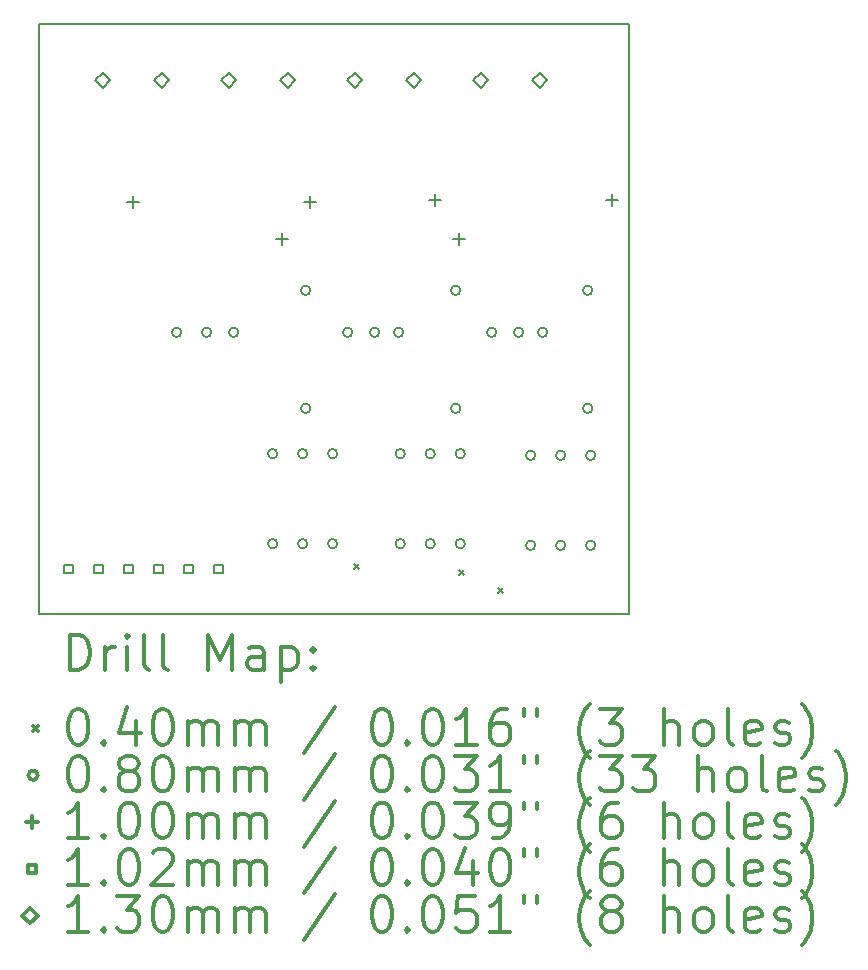
<source format=gbr>
%FSLAX45Y45*%
G04 Gerber Fmt 4.5, Leading zero omitted, Abs format (unit mm)*
G04 Created by KiCad (PCBNEW 4.0.2-stable) date 3/20/2016 1:32:20 PM*
%MOMM*%
G01*
G04 APERTURE LIST*
%ADD10C,0.127000*%
%ADD11C,0.150000*%
%ADD12C,0.200000*%
%ADD13C,0.300000*%
G04 APERTURE END LIST*
D10*
D11*
X11700000Y-9000000D02*
X11700000Y-12000000D01*
X16700000Y-9500000D02*
X16700000Y-7000000D01*
X11700000Y-9000000D02*
X11700000Y-7000000D01*
X16700000Y-9500000D02*
X16700000Y-12000000D01*
X16700000Y-12000000D02*
X11700000Y-12000000D01*
X11700000Y-7000000D02*
X16700000Y-7000000D01*
D12*
X14372400Y-11573600D02*
X14412400Y-11613600D01*
X14412400Y-11573600D02*
X14372400Y-11613600D01*
X15261400Y-11624400D02*
X15301400Y-11664400D01*
X15301400Y-11624400D02*
X15261400Y-11664400D01*
X15591600Y-11776800D02*
X15631600Y-11816800D01*
X15631600Y-11776800D02*
X15591600Y-11816800D01*
X12908400Y-9612400D02*
G75*
G03X12908400Y-9612400I-40000J0D01*
G01*
X13162400Y-9612400D02*
G75*
G03X13162400Y-9612400I-40000J0D01*
G01*
X13391000Y-9612400D02*
G75*
G03X13391000Y-9612400I-40000J0D01*
G01*
X13721200Y-10641100D02*
G75*
G03X13721200Y-10641100I-40000J0D01*
G01*
X13721200Y-11403100D02*
G75*
G03X13721200Y-11403100I-40000J0D01*
G01*
X13975200Y-10641100D02*
G75*
G03X13975200Y-10641100I-40000J0D01*
G01*
X13975200Y-11403100D02*
G75*
G03X13975200Y-11403100I-40000J0D01*
G01*
X14000600Y-9256800D02*
G75*
G03X14000600Y-9256800I-40000J0D01*
G01*
X14000600Y-10256800D02*
G75*
G03X14000600Y-10256800I-40000J0D01*
G01*
X14229200Y-10641100D02*
G75*
G03X14229200Y-10641100I-40000J0D01*
G01*
X14229200Y-11403100D02*
G75*
G03X14229200Y-11403100I-40000J0D01*
G01*
X14356200Y-9612400D02*
G75*
G03X14356200Y-9612400I-40000J0D01*
G01*
X14584800Y-9612400D02*
G75*
G03X14584800Y-9612400I-40000J0D01*
G01*
X14788000Y-9612400D02*
G75*
G03X14788000Y-9612400I-40000J0D01*
G01*
X14800700Y-10641100D02*
G75*
G03X14800700Y-10641100I-40000J0D01*
G01*
X14800700Y-11403100D02*
G75*
G03X14800700Y-11403100I-40000J0D01*
G01*
X15054700Y-10641100D02*
G75*
G03X15054700Y-10641100I-40000J0D01*
G01*
X15054700Y-11403100D02*
G75*
G03X15054700Y-11403100I-40000J0D01*
G01*
X15270600Y-9256800D02*
G75*
G03X15270600Y-9256800I-40000J0D01*
G01*
X15270600Y-10256800D02*
G75*
G03X15270600Y-10256800I-40000J0D01*
G01*
X15308700Y-10641100D02*
G75*
G03X15308700Y-10641100I-40000J0D01*
G01*
X15308700Y-11403100D02*
G75*
G03X15308700Y-11403100I-40000J0D01*
G01*
X15575400Y-9612400D02*
G75*
G03X15575400Y-9612400I-40000J0D01*
G01*
X15804000Y-9612400D02*
G75*
G03X15804000Y-9612400I-40000J0D01*
G01*
X15905600Y-10653800D02*
G75*
G03X15905600Y-10653800I-40000J0D01*
G01*
X15905600Y-11415800D02*
G75*
G03X15905600Y-11415800I-40000J0D01*
G01*
X16007200Y-9612400D02*
G75*
G03X16007200Y-9612400I-40000J0D01*
G01*
X16159600Y-10653800D02*
G75*
G03X16159600Y-10653800I-40000J0D01*
G01*
X16159600Y-11415800D02*
G75*
G03X16159600Y-11415800I-40000J0D01*
G01*
X16388200Y-9256800D02*
G75*
G03X16388200Y-9256800I-40000J0D01*
G01*
X16388200Y-10256800D02*
G75*
G03X16388200Y-10256800I-40000J0D01*
G01*
X16413600Y-10653800D02*
G75*
G03X16413600Y-10653800I-40000J0D01*
G01*
X16413600Y-11415800D02*
G75*
G03X16413600Y-11415800I-40000J0D01*
G01*
X12500100Y-8457462D02*
X12500100Y-8557538D01*
X12450062Y-8507500D02*
X12550138Y-8507500D01*
X13757400Y-8774962D02*
X13757400Y-8875038D01*
X13707362Y-8825000D02*
X13807438Y-8825000D01*
X14000100Y-8457462D02*
X14000100Y-8557538D01*
X13950062Y-8507500D02*
X14050138Y-8507500D01*
X15052800Y-8444762D02*
X15052800Y-8544838D01*
X15002762Y-8494800D02*
X15102838Y-8494800D01*
X15257400Y-8774962D02*
X15257400Y-8875038D01*
X15207362Y-8825000D02*
X15307438Y-8825000D01*
X16552800Y-8444762D02*
X16552800Y-8544838D01*
X16502762Y-8494800D02*
X16602838Y-8494800D01*
X11989921Y-11654921D02*
X11989921Y-11583079D01*
X11918079Y-11583079D01*
X11918079Y-11654921D01*
X11989921Y-11654921D01*
X12243921Y-11654921D02*
X12243921Y-11583079D01*
X12172079Y-11583079D01*
X12172079Y-11654921D01*
X12243921Y-11654921D01*
X12497921Y-11654921D02*
X12497921Y-11583079D01*
X12426079Y-11583079D01*
X12426079Y-11654921D01*
X12497921Y-11654921D01*
X12751921Y-11654921D02*
X12751921Y-11583079D01*
X12680079Y-11583079D01*
X12680079Y-11654921D01*
X12751921Y-11654921D01*
X13005921Y-11654921D02*
X13005921Y-11583079D01*
X12934079Y-11583079D01*
X12934079Y-11654921D01*
X13005921Y-11654921D01*
X13259921Y-11654921D02*
X13259921Y-11583079D01*
X13188079Y-11583079D01*
X13188079Y-11654921D01*
X13259921Y-11654921D01*
X12241400Y-7543800D02*
X12306400Y-7478800D01*
X12241400Y-7413800D01*
X12176400Y-7478800D01*
X12241400Y-7543800D01*
X12741400Y-7543800D02*
X12806400Y-7478800D01*
X12741400Y-7413800D01*
X12676400Y-7478800D01*
X12741400Y-7543800D01*
X13308200Y-7543800D02*
X13373200Y-7478800D01*
X13308200Y-7413800D01*
X13243200Y-7478800D01*
X13308200Y-7543800D01*
X13808200Y-7543800D02*
X13873200Y-7478800D01*
X13808200Y-7413800D01*
X13743200Y-7478800D01*
X13808200Y-7543800D01*
X14375000Y-7543800D02*
X14440000Y-7478800D01*
X14375000Y-7413800D01*
X14310000Y-7478800D01*
X14375000Y-7543800D01*
X14875000Y-7543800D02*
X14940000Y-7478800D01*
X14875000Y-7413800D01*
X14810000Y-7478800D01*
X14875000Y-7543800D01*
X15441800Y-7543800D02*
X15506800Y-7478800D01*
X15441800Y-7413800D01*
X15376800Y-7478800D01*
X15441800Y-7543800D01*
X15941800Y-7543800D02*
X16006800Y-7478800D01*
X15941800Y-7413800D01*
X15876800Y-7478800D01*
X15941800Y-7543800D01*
D13*
X11963928Y-12473214D02*
X11963928Y-12173214D01*
X12035357Y-12173214D01*
X12078214Y-12187500D01*
X12106786Y-12216071D01*
X12121071Y-12244643D01*
X12135357Y-12301786D01*
X12135357Y-12344643D01*
X12121071Y-12401786D01*
X12106786Y-12430357D01*
X12078214Y-12458929D01*
X12035357Y-12473214D01*
X11963928Y-12473214D01*
X12263928Y-12473214D02*
X12263928Y-12273214D01*
X12263928Y-12330357D02*
X12278214Y-12301786D01*
X12292500Y-12287500D01*
X12321071Y-12273214D01*
X12349643Y-12273214D01*
X12449643Y-12473214D02*
X12449643Y-12273214D01*
X12449643Y-12173214D02*
X12435357Y-12187500D01*
X12449643Y-12201786D01*
X12463928Y-12187500D01*
X12449643Y-12173214D01*
X12449643Y-12201786D01*
X12635357Y-12473214D02*
X12606786Y-12458929D01*
X12592500Y-12430357D01*
X12592500Y-12173214D01*
X12792500Y-12473214D02*
X12763928Y-12458929D01*
X12749643Y-12430357D01*
X12749643Y-12173214D01*
X13135357Y-12473214D02*
X13135357Y-12173214D01*
X13235357Y-12387500D01*
X13335357Y-12173214D01*
X13335357Y-12473214D01*
X13606786Y-12473214D02*
X13606786Y-12316071D01*
X13592500Y-12287500D01*
X13563928Y-12273214D01*
X13506786Y-12273214D01*
X13478214Y-12287500D01*
X13606786Y-12458929D02*
X13578214Y-12473214D01*
X13506786Y-12473214D01*
X13478214Y-12458929D01*
X13463928Y-12430357D01*
X13463928Y-12401786D01*
X13478214Y-12373214D01*
X13506786Y-12358929D01*
X13578214Y-12358929D01*
X13606786Y-12344643D01*
X13749643Y-12273214D02*
X13749643Y-12573214D01*
X13749643Y-12287500D02*
X13778214Y-12273214D01*
X13835357Y-12273214D01*
X13863928Y-12287500D01*
X13878214Y-12301786D01*
X13892500Y-12330357D01*
X13892500Y-12416071D01*
X13878214Y-12444643D01*
X13863928Y-12458929D01*
X13835357Y-12473214D01*
X13778214Y-12473214D01*
X13749643Y-12458929D01*
X14021071Y-12444643D02*
X14035357Y-12458929D01*
X14021071Y-12473214D01*
X14006786Y-12458929D01*
X14021071Y-12444643D01*
X14021071Y-12473214D01*
X14021071Y-12287500D02*
X14035357Y-12301786D01*
X14021071Y-12316071D01*
X14006786Y-12301786D01*
X14021071Y-12287500D01*
X14021071Y-12316071D01*
X11652500Y-12947500D02*
X11692500Y-12987500D01*
X11692500Y-12947500D02*
X11652500Y-12987500D01*
X12021071Y-12803214D02*
X12049643Y-12803214D01*
X12078214Y-12817500D01*
X12092500Y-12831786D01*
X12106786Y-12860357D01*
X12121071Y-12917500D01*
X12121071Y-12988929D01*
X12106786Y-13046071D01*
X12092500Y-13074643D01*
X12078214Y-13088929D01*
X12049643Y-13103214D01*
X12021071Y-13103214D01*
X11992500Y-13088929D01*
X11978214Y-13074643D01*
X11963928Y-13046071D01*
X11949643Y-12988929D01*
X11949643Y-12917500D01*
X11963928Y-12860357D01*
X11978214Y-12831786D01*
X11992500Y-12817500D01*
X12021071Y-12803214D01*
X12249643Y-13074643D02*
X12263928Y-13088929D01*
X12249643Y-13103214D01*
X12235357Y-13088929D01*
X12249643Y-13074643D01*
X12249643Y-13103214D01*
X12521071Y-12903214D02*
X12521071Y-13103214D01*
X12449643Y-12788929D02*
X12378214Y-13003214D01*
X12563928Y-13003214D01*
X12735357Y-12803214D02*
X12763928Y-12803214D01*
X12792500Y-12817500D01*
X12806786Y-12831786D01*
X12821071Y-12860357D01*
X12835357Y-12917500D01*
X12835357Y-12988929D01*
X12821071Y-13046071D01*
X12806786Y-13074643D01*
X12792500Y-13088929D01*
X12763928Y-13103214D01*
X12735357Y-13103214D01*
X12706786Y-13088929D01*
X12692500Y-13074643D01*
X12678214Y-13046071D01*
X12663928Y-12988929D01*
X12663928Y-12917500D01*
X12678214Y-12860357D01*
X12692500Y-12831786D01*
X12706786Y-12817500D01*
X12735357Y-12803214D01*
X12963928Y-13103214D02*
X12963928Y-12903214D01*
X12963928Y-12931786D02*
X12978214Y-12917500D01*
X13006786Y-12903214D01*
X13049643Y-12903214D01*
X13078214Y-12917500D01*
X13092500Y-12946071D01*
X13092500Y-13103214D01*
X13092500Y-12946071D02*
X13106786Y-12917500D01*
X13135357Y-12903214D01*
X13178214Y-12903214D01*
X13206786Y-12917500D01*
X13221071Y-12946071D01*
X13221071Y-13103214D01*
X13363928Y-13103214D02*
X13363928Y-12903214D01*
X13363928Y-12931786D02*
X13378214Y-12917500D01*
X13406786Y-12903214D01*
X13449643Y-12903214D01*
X13478214Y-12917500D01*
X13492500Y-12946071D01*
X13492500Y-13103214D01*
X13492500Y-12946071D02*
X13506786Y-12917500D01*
X13535357Y-12903214D01*
X13578214Y-12903214D01*
X13606786Y-12917500D01*
X13621071Y-12946071D01*
X13621071Y-13103214D01*
X14206786Y-12788929D02*
X13949643Y-13174643D01*
X14592500Y-12803214D02*
X14621071Y-12803214D01*
X14649643Y-12817500D01*
X14663928Y-12831786D01*
X14678214Y-12860357D01*
X14692500Y-12917500D01*
X14692500Y-12988929D01*
X14678214Y-13046071D01*
X14663928Y-13074643D01*
X14649643Y-13088929D01*
X14621071Y-13103214D01*
X14592500Y-13103214D01*
X14563928Y-13088929D01*
X14549643Y-13074643D01*
X14535357Y-13046071D01*
X14521071Y-12988929D01*
X14521071Y-12917500D01*
X14535357Y-12860357D01*
X14549643Y-12831786D01*
X14563928Y-12817500D01*
X14592500Y-12803214D01*
X14821071Y-13074643D02*
X14835357Y-13088929D01*
X14821071Y-13103214D01*
X14806786Y-13088929D01*
X14821071Y-13074643D01*
X14821071Y-13103214D01*
X15021071Y-12803214D02*
X15049643Y-12803214D01*
X15078214Y-12817500D01*
X15092500Y-12831786D01*
X15106785Y-12860357D01*
X15121071Y-12917500D01*
X15121071Y-12988929D01*
X15106785Y-13046071D01*
X15092500Y-13074643D01*
X15078214Y-13088929D01*
X15049643Y-13103214D01*
X15021071Y-13103214D01*
X14992500Y-13088929D01*
X14978214Y-13074643D01*
X14963928Y-13046071D01*
X14949643Y-12988929D01*
X14949643Y-12917500D01*
X14963928Y-12860357D01*
X14978214Y-12831786D01*
X14992500Y-12817500D01*
X15021071Y-12803214D01*
X15406785Y-13103214D02*
X15235357Y-13103214D01*
X15321071Y-13103214D02*
X15321071Y-12803214D01*
X15292500Y-12846071D01*
X15263928Y-12874643D01*
X15235357Y-12888929D01*
X15663928Y-12803214D02*
X15606785Y-12803214D01*
X15578214Y-12817500D01*
X15563928Y-12831786D01*
X15535357Y-12874643D01*
X15521071Y-12931786D01*
X15521071Y-13046071D01*
X15535357Y-13074643D01*
X15549643Y-13088929D01*
X15578214Y-13103214D01*
X15635357Y-13103214D01*
X15663928Y-13088929D01*
X15678214Y-13074643D01*
X15692500Y-13046071D01*
X15692500Y-12974643D01*
X15678214Y-12946071D01*
X15663928Y-12931786D01*
X15635357Y-12917500D01*
X15578214Y-12917500D01*
X15549643Y-12931786D01*
X15535357Y-12946071D01*
X15521071Y-12974643D01*
X15806786Y-12803214D02*
X15806786Y-12860357D01*
X15921071Y-12803214D02*
X15921071Y-12860357D01*
X16363928Y-13217500D02*
X16349643Y-13203214D01*
X16321071Y-13160357D01*
X16306785Y-13131786D01*
X16292500Y-13088929D01*
X16278214Y-13017500D01*
X16278214Y-12960357D01*
X16292500Y-12888929D01*
X16306785Y-12846071D01*
X16321071Y-12817500D01*
X16349643Y-12774643D01*
X16363928Y-12760357D01*
X16449643Y-12803214D02*
X16635357Y-12803214D01*
X16535357Y-12917500D01*
X16578214Y-12917500D01*
X16606785Y-12931786D01*
X16621071Y-12946071D01*
X16635357Y-12974643D01*
X16635357Y-13046071D01*
X16621071Y-13074643D01*
X16606785Y-13088929D01*
X16578214Y-13103214D01*
X16492500Y-13103214D01*
X16463928Y-13088929D01*
X16449643Y-13074643D01*
X16992500Y-13103214D02*
X16992500Y-12803214D01*
X17121071Y-13103214D02*
X17121071Y-12946071D01*
X17106786Y-12917500D01*
X17078214Y-12903214D01*
X17035357Y-12903214D01*
X17006786Y-12917500D01*
X16992500Y-12931786D01*
X17306786Y-13103214D02*
X17278214Y-13088929D01*
X17263928Y-13074643D01*
X17249643Y-13046071D01*
X17249643Y-12960357D01*
X17263928Y-12931786D01*
X17278214Y-12917500D01*
X17306786Y-12903214D01*
X17349643Y-12903214D01*
X17378214Y-12917500D01*
X17392500Y-12931786D01*
X17406786Y-12960357D01*
X17406786Y-13046071D01*
X17392500Y-13074643D01*
X17378214Y-13088929D01*
X17349643Y-13103214D01*
X17306786Y-13103214D01*
X17578214Y-13103214D02*
X17549643Y-13088929D01*
X17535357Y-13060357D01*
X17535357Y-12803214D01*
X17806786Y-13088929D02*
X17778214Y-13103214D01*
X17721071Y-13103214D01*
X17692500Y-13088929D01*
X17678214Y-13060357D01*
X17678214Y-12946071D01*
X17692500Y-12917500D01*
X17721071Y-12903214D01*
X17778214Y-12903214D01*
X17806786Y-12917500D01*
X17821071Y-12946071D01*
X17821071Y-12974643D01*
X17678214Y-13003214D01*
X17935357Y-13088929D02*
X17963929Y-13103214D01*
X18021071Y-13103214D01*
X18049643Y-13088929D01*
X18063929Y-13060357D01*
X18063929Y-13046071D01*
X18049643Y-13017500D01*
X18021071Y-13003214D01*
X17978214Y-13003214D01*
X17949643Y-12988929D01*
X17935357Y-12960357D01*
X17935357Y-12946071D01*
X17949643Y-12917500D01*
X17978214Y-12903214D01*
X18021071Y-12903214D01*
X18049643Y-12917500D01*
X18163928Y-13217500D02*
X18178214Y-13203214D01*
X18206786Y-13160357D01*
X18221071Y-13131786D01*
X18235357Y-13088929D01*
X18249643Y-13017500D01*
X18249643Y-12960357D01*
X18235357Y-12888929D01*
X18221071Y-12846071D01*
X18206786Y-12817500D01*
X18178214Y-12774643D01*
X18163928Y-12760357D01*
X11692500Y-13363500D02*
G75*
G03X11692500Y-13363500I-40000J0D01*
G01*
X12021071Y-13199214D02*
X12049643Y-13199214D01*
X12078214Y-13213500D01*
X12092500Y-13227786D01*
X12106786Y-13256357D01*
X12121071Y-13313500D01*
X12121071Y-13384929D01*
X12106786Y-13442071D01*
X12092500Y-13470643D01*
X12078214Y-13484929D01*
X12049643Y-13499214D01*
X12021071Y-13499214D01*
X11992500Y-13484929D01*
X11978214Y-13470643D01*
X11963928Y-13442071D01*
X11949643Y-13384929D01*
X11949643Y-13313500D01*
X11963928Y-13256357D01*
X11978214Y-13227786D01*
X11992500Y-13213500D01*
X12021071Y-13199214D01*
X12249643Y-13470643D02*
X12263928Y-13484929D01*
X12249643Y-13499214D01*
X12235357Y-13484929D01*
X12249643Y-13470643D01*
X12249643Y-13499214D01*
X12435357Y-13327786D02*
X12406786Y-13313500D01*
X12392500Y-13299214D01*
X12378214Y-13270643D01*
X12378214Y-13256357D01*
X12392500Y-13227786D01*
X12406786Y-13213500D01*
X12435357Y-13199214D01*
X12492500Y-13199214D01*
X12521071Y-13213500D01*
X12535357Y-13227786D01*
X12549643Y-13256357D01*
X12549643Y-13270643D01*
X12535357Y-13299214D01*
X12521071Y-13313500D01*
X12492500Y-13327786D01*
X12435357Y-13327786D01*
X12406786Y-13342071D01*
X12392500Y-13356357D01*
X12378214Y-13384929D01*
X12378214Y-13442071D01*
X12392500Y-13470643D01*
X12406786Y-13484929D01*
X12435357Y-13499214D01*
X12492500Y-13499214D01*
X12521071Y-13484929D01*
X12535357Y-13470643D01*
X12549643Y-13442071D01*
X12549643Y-13384929D01*
X12535357Y-13356357D01*
X12521071Y-13342071D01*
X12492500Y-13327786D01*
X12735357Y-13199214D02*
X12763928Y-13199214D01*
X12792500Y-13213500D01*
X12806786Y-13227786D01*
X12821071Y-13256357D01*
X12835357Y-13313500D01*
X12835357Y-13384929D01*
X12821071Y-13442071D01*
X12806786Y-13470643D01*
X12792500Y-13484929D01*
X12763928Y-13499214D01*
X12735357Y-13499214D01*
X12706786Y-13484929D01*
X12692500Y-13470643D01*
X12678214Y-13442071D01*
X12663928Y-13384929D01*
X12663928Y-13313500D01*
X12678214Y-13256357D01*
X12692500Y-13227786D01*
X12706786Y-13213500D01*
X12735357Y-13199214D01*
X12963928Y-13499214D02*
X12963928Y-13299214D01*
X12963928Y-13327786D02*
X12978214Y-13313500D01*
X13006786Y-13299214D01*
X13049643Y-13299214D01*
X13078214Y-13313500D01*
X13092500Y-13342071D01*
X13092500Y-13499214D01*
X13092500Y-13342071D02*
X13106786Y-13313500D01*
X13135357Y-13299214D01*
X13178214Y-13299214D01*
X13206786Y-13313500D01*
X13221071Y-13342071D01*
X13221071Y-13499214D01*
X13363928Y-13499214D02*
X13363928Y-13299214D01*
X13363928Y-13327786D02*
X13378214Y-13313500D01*
X13406786Y-13299214D01*
X13449643Y-13299214D01*
X13478214Y-13313500D01*
X13492500Y-13342071D01*
X13492500Y-13499214D01*
X13492500Y-13342071D02*
X13506786Y-13313500D01*
X13535357Y-13299214D01*
X13578214Y-13299214D01*
X13606786Y-13313500D01*
X13621071Y-13342071D01*
X13621071Y-13499214D01*
X14206786Y-13184929D02*
X13949643Y-13570643D01*
X14592500Y-13199214D02*
X14621071Y-13199214D01*
X14649643Y-13213500D01*
X14663928Y-13227786D01*
X14678214Y-13256357D01*
X14692500Y-13313500D01*
X14692500Y-13384929D01*
X14678214Y-13442071D01*
X14663928Y-13470643D01*
X14649643Y-13484929D01*
X14621071Y-13499214D01*
X14592500Y-13499214D01*
X14563928Y-13484929D01*
X14549643Y-13470643D01*
X14535357Y-13442071D01*
X14521071Y-13384929D01*
X14521071Y-13313500D01*
X14535357Y-13256357D01*
X14549643Y-13227786D01*
X14563928Y-13213500D01*
X14592500Y-13199214D01*
X14821071Y-13470643D02*
X14835357Y-13484929D01*
X14821071Y-13499214D01*
X14806786Y-13484929D01*
X14821071Y-13470643D01*
X14821071Y-13499214D01*
X15021071Y-13199214D02*
X15049643Y-13199214D01*
X15078214Y-13213500D01*
X15092500Y-13227786D01*
X15106785Y-13256357D01*
X15121071Y-13313500D01*
X15121071Y-13384929D01*
X15106785Y-13442071D01*
X15092500Y-13470643D01*
X15078214Y-13484929D01*
X15049643Y-13499214D01*
X15021071Y-13499214D01*
X14992500Y-13484929D01*
X14978214Y-13470643D01*
X14963928Y-13442071D01*
X14949643Y-13384929D01*
X14949643Y-13313500D01*
X14963928Y-13256357D01*
X14978214Y-13227786D01*
X14992500Y-13213500D01*
X15021071Y-13199214D01*
X15221071Y-13199214D02*
X15406785Y-13199214D01*
X15306785Y-13313500D01*
X15349643Y-13313500D01*
X15378214Y-13327786D01*
X15392500Y-13342071D01*
X15406785Y-13370643D01*
X15406785Y-13442071D01*
X15392500Y-13470643D01*
X15378214Y-13484929D01*
X15349643Y-13499214D01*
X15263928Y-13499214D01*
X15235357Y-13484929D01*
X15221071Y-13470643D01*
X15692500Y-13499214D02*
X15521071Y-13499214D01*
X15606785Y-13499214D02*
X15606785Y-13199214D01*
X15578214Y-13242071D01*
X15549643Y-13270643D01*
X15521071Y-13284929D01*
X15806786Y-13199214D02*
X15806786Y-13256357D01*
X15921071Y-13199214D02*
X15921071Y-13256357D01*
X16363928Y-13613500D02*
X16349643Y-13599214D01*
X16321071Y-13556357D01*
X16306785Y-13527786D01*
X16292500Y-13484929D01*
X16278214Y-13413500D01*
X16278214Y-13356357D01*
X16292500Y-13284929D01*
X16306785Y-13242071D01*
X16321071Y-13213500D01*
X16349643Y-13170643D01*
X16363928Y-13156357D01*
X16449643Y-13199214D02*
X16635357Y-13199214D01*
X16535357Y-13313500D01*
X16578214Y-13313500D01*
X16606785Y-13327786D01*
X16621071Y-13342071D01*
X16635357Y-13370643D01*
X16635357Y-13442071D01*
X16621071Y-13470643D01*
X16606785Y-13484929D01*
X16578214Y-13499214D01*
X16492500Y-13499214D01*
X16463928Y-13484929D01*
X16449643Y-13470643D01*
X16735357Y-13199214D02*
X16921071Y-13199214D01*
X16821071Y-13313500D01*
X16863928Y-13313500D01*
X16892500Y-13327786D01*
X16906786Y-13342071D01*
X16921071Y-13370643D01*
X16921071Y-13442071D01*
X16906786Y-13470643D01*
X16892500Y-13484929D01*
X16863928Y-13499214D01*
X16778214Y-13499214D01*
X16749643Y-13484929D01*
X16735357Y-13470643D01*
X17278214Y-13499214D02*
X17278214Y-13199214D01*
X17406786Y-13499214D02*
X17406786Y-13342071D01*
X17392500Y-13313500D01*
X17363928Y-13299214D01*
X17321071Y-13299214D01*
X17292500Y-13313500D01*
X17278214Y-13327786D01*
X17592500Y-13499214D02*
X17563928Y-13484929D01*
X17549643Y-13470643D01*
X17535357Y-13442071D01*
X17535357Y-13356357D01*
X17549643Y-13327786D01*
X17563928Y-13313500D01*
X17592500Y-13299214D01*
X17635357Y-13299214D01*
X17663928Y-13313500D01*
X17678214Y-13327786D01*
X17692500Y-13356357D01*
X17692500Y-13442071D01*
X17678214Y-13470643D01*
X17663928Y-13484929D01*
X17635357Y-13499214D01*
X17592500Y-13499214D01*
X17863928Y-13499214D02*
X17835357Y-13484929D01*
X17821071Y-13456357D01*
X17821071Y-13199214D01*
X18092500Y-13484929D02*
X18063929Y-13499214D01*
X18006786Y-13499214D01*
X17978214Y-13484929D01*
X17963929Y-13456357D01*
X17963929Y-13342071D01*
X17978214Y-13313500D01*
X18006786Y-13299214D01*
X18063929Y-13299214D01*
X18092500Y-13313500D01*
X18106786Y-13342071D01*
X18106786Y-13370643D01*
X17963929Y-13399214D01*
X18221071Y-13484929D02*
X18249643Y-13499214D01*
X18306786Y-13499214D01*
X18335357Y-13484929D01*
X18349643Y-13456357D01*
X18349643Y-13442071D01*
X18335357Y-13413500D01*
X18306786Y-13399214D01*
X18263929Y-13399214D01*
X18235357Y-13384929D01*
X18221071Y-13356357D01*
X18221071Y-13342071D01*
X18235357Y-13313500D01*
X18263929Y-13299214D01*
X18306786Y-13299214D01*
X18335357Y-13313500D01*
X18449643Y-13613500D02*
X18463929Y-13599214D01*
X18492500Y-13556357D01*
X18506786Y-13527786D01*
X18521071Y-13484929D01*
X18535357Y-13413500D01*
X18535357Y-13356357D01*
X18521071Y-13284929D01*
X18506786Y-13242071D01*
X18492500Y-13213500D01*
X18463929Y-13170643D01*
X18449643Y-13156357D01*
X11642462Y-13709462D02*
X11642462Y-13809538D01*
X11592424Y-13759500D02*
X11692500Y-13759500D01*
X12121071Y-13895214D02*
X11949643Y-13895214D01*
X12035357Y-13895214D02*
X12035357Y-13595214D01*
X12006786Y-13638071D01*
X11978214Y-13666643D01*
X11949643Y-13680929D01*
X12249643Y-13866643D02*
X12263928Y-13880929D01*
X12249643Y-13895214D01*
X12235357Y-13880929D01*
X12249643Y-13866643D01*
X12249643Y-13895214D01*
X12449643Y-13595214D02*
X12478214Y-13595214D01*
X12506786Y-13609500D01*
X12521071Y-13623786D01*
X12535357Y-13652357D01*
X12549643Y-13709500D01*
X12549643Y-13780929D01*
X12535357Y-13838071D01*
X12521071Y-13866643D01*
X12506786Y-13880929D01*
X12478214Y-13895214D01*
X12449643Y-13895214D01*
X12421071Y-13880929D01*
X12406786Y-13866643D01*
X12392500Y-13838071D01*
X12378214Y-13780929D01*
X12378214Y-13709500D01*
X12392500Y-13652357D01*
X12406786Y-13623786D01*
X12421071Y-13609500D01*
X12449643Y-13595214D01*
X12735357Y-13595214D02*
X12763928Y-13595214D01*
X12792500Y-13609500D01*
X12806786Y-13623786D01*
X12821071Y-13652357D01*
X12835357Y-13709500D01*
X12835357Y-13780929D01*
X12821071Y-13838071D01*
X12806786Y-13866643D01*
X12792500Y-13880929D01*
X12763928Y-13895214D01*
X12735357Y-13895214D01*
X12706786Y-13880929D01*
X12692500Y-13866643D01*
X12678214Y-13838071D01*
X12663928Y-13780929D01*
X12663928Y-13709500D01*
X12678214Y-13652357D01*
X12692500Y-13623786D01*
X12706786Y-13609500D01*
X12735357Y-13595214D01*
X12963928Y-13895214D02*
X12963928Y-13695214D01*
X12963928Y-13723786D02*
X12978214Y-13709500D01*
X13006786Y-13695214D01*
X13049643Y-13695214D01*
X13078214Y-13709500D01*
X13092500Y-13738071D01*
X13092500Y-13895214D01*
X13092500Y-13738071D02*
X13106786Y-13709500D01*
X13135357Y-13695214D01*
X13178214Y-13695214D01*
X13206786Y-13709500D01*
X13221071Y-13738071D01*
X13221071Y-13895214D01*
X13363928Y-13895214D02*
X13363928Y-13695214D01*
X13363928Y-13723786D02*
X13378214Y-13709500D01*
X13406786Y-13695214D01*
X13449643Y-13695214D01*
X13478214Y-13709500D01*
X13492500Y-13738071D01*
X13492500Y-13895214D01*
X13492500Y-13738071D02*
X13506786Y-13709500D01*
X13535357Y-13695214D01*
X13578214Y-13695214D01*
X13606786Y-13709500D01*
X13621071Y-13738071D01*
X13621071Y-13895214D01*
X14206786Y-13580929D02*
X13949643Y-13966643D01*
X14592500Y-13595214D02*
X14621071Y-13595214D01*
X14649643Y-13609500D01*
X14663928Y-13623786D01*
X14678214Y-13652357D01*
X14692500Y-13709500D01*
X14692500Y-13780929D01*
X14678214Y-13838071D01*
X14663928Y-13866643D01*
X14649643Y-13880929D01*
X14621071Y-13895214D01*
X14592500Y-13895214D01*
X14563928Y-13880929D01*
X14549643Y-13866643D01*
X14535357Y-13838071D01*
X14521071Y-13780929D01*
X14521071Y-13709500D01*
X14535357Y-13652357D01*
X14549643Y-13623786D01*
X14563928Y-13609500D01*
X14592500Y-13595214D01*
X14821071Y-13866643D02*
X14835357Y-13880929D01*
X14821071Y-13895214D01*
X14806786Y-13880929D01*
X14821071Y-13866643D01*
X14821071Y-13895214D01*
X15021071Y-13595214D02*
X15049643Y-13595214D01*
X15078214Y-13609500D01*
X15092500Y-13623786D01*
X15106785Y-13652357D01*
X15121071Y-13709500D01*
X15121071Y-13780929D01*
X15106785Y-13838071D01*
X15092500Y-13866643D01*
X15078214Y-13880929D01*
X15049643Y-13895214D01*
X15021071Y-13895214D01*
X14992500Y-13880929D01*
X14978214Y-13866643D01*
X14963928Y-13838071D01*
X14949643Y-13780929D01*
X14949643Y-13709500D01*
X14963928Y-13652357D01*
X14978214Y-13623786D01*
X14992500Y-13609500D01*
X15021071Y-13595214D01*
X15221071Y-13595214D02*
X15406785Y-13595214D01*
X15306785Y-13709500D01*
X15349643Y-13709500D01*
X15378214Y-13723786D01*
X15392500Y-13738071D01*
X15406785Y-13766643D01*
X15406785Y-13838071D01*
X15392500Y-13866643D01*
X15378214Y-13880929D01*
X15349643Y-13895214D01*
X15263928Y-13895214D01*
X15235357Y-13880929D01*
X15221071Y-13866643D01*
X15549643Y-13895214D02*
X15606785Y-13895214D01*
X15635357Y-13880929D01*
X15649643Y-13866643D01*
X15678214Y-13823786D01*
X15692500Y-13766643D01*
X15692500Y-13652357D01*
X15678214Y-13623786D01*
X15663928Y-13609500D01*
X15635357Y-13595214D01*
X15578214Y-13595214D01*
X15549643Y-13609500D01*
X15535357Y-13623786D01*
X15521071Y-13652357D01*
X15521071Y-13723786D01*
X15535357Y-13752357D01*
X15549643Y-13766643D01*
X15578214Y-13780929D01*
X15635357Y-13780929D01*
X15663928Y-13766643D01*
X15678214Y-13752357D01*
X15692500Y-13723786D01*
X15806786Y-13595214D02*
X15806786Y-13652357D01*
X15921071Y-13595214D02*
X15921071Y-13652357D01*
X16363928Y-14009500D02*
X16349643Y-13995214D01*
X16321071Y-13952357D01*
X16306785Y-13923786D01*
X16292500Y-13880929D01*
X16278214Y-13809500D01*
X16278214Y-13752357D01*
X16292500Y-13680929D01*
X16306785Y-13638071D01*
X16321071Y-13609500D01*
X16349643Y-13566643D01*
X16363928Y-13552357D01*
X16606785Y-13595214D02*
X16549643Y-13595214D01*
X16521071Y-13609500D01*
X16506785Y-13623786D01*
X16478214Y-13666643D01*
X16463928Y-13723786D01*
X16463928Y-13838071D01*
X16478214Y-13866643D01*
X16492500Y-13880929D01*
X16521071Y-13895214D01*
X16578214Y-13895214D01*
X16606785Y-13880929D01*
X16621071Y-13866643D01*
X16635357Y-13838071D01*
X16635357Y-13766643D01*
X16621071Y-13738071D01*
X16606785Y-13723786D01*
X16578214Y-13709500D01*
X16521071Y-13709500D01*
X16492500Y-13723786D01*
X16478214Y-13738071D01*
X16463928Y-13766643D01*
X16992500Y-13895214D02*
X16992500Y-13595214D01*
X17121071Y-13895214D02*
X17121071Y-13738071D01*
X17106786Y-13709500D01*
X17078214Y-13695214D01*
X17035357Y-13695214D01*
X17006786Y-13709500D01*
X16992500Y-13723786D01*
X17306786Y-13895214D02*
X17278214Y-13880929D01*
X17263928Y-13866643D01*
X17249643Y-13838071D01*
X17249643Y-13752357D01*
X17263928Y-13723786D01*
X17278214Y-13709500D01*
X17306786Y-13695214D01*
X17349643Y-13695214D01*
X17378214Y-13709500D01*
X17392500Y-13723786D01*
X17406786Y-13752357D01*
X17406786Y-13838071D01*
X17392500Y-13866643D01*
X17378214Y-13880929D01*
X17349643Y-13895214D01*
X17306786Y-13895214D01*
X17578214Y-13895214D02*
X17549643Y-13880929D01*
X17535357Y-13852357D01*
X17535357Y-13595214D01*
X17806786Y-13880929D02*
X17778214Y-13895214D01*
X17721071Y-13895214D01*
X17692500Y-13880929D01*
X17678214Y-13852357D01*
X17678214Y-13738071D01*
X17692500Y-13709500D01*
X17721071Y-13695214D01*
X17778214Y-13695214D01*
X17806786Y-13709500D01*
X17821071Y-13738071D01*
X17821071Y-13766643D01*
X17678214Y-13795214D01*
X17935357Y-13880929D02*
X17963929Y-13895214D01*
X18021071Y-13895214D01*
X18049643Y-13880929D01*
X18063929Y-13852357D01*
X18063929Y-13838071D01*
X18049643Y-13809500D01*
X18021071Y-13795214D01*
X17978214Y-13795214D01*
X17949643Y-13780929D01*
X17935357Y-13752357D01*
X17935357Y-13738071D01*
X17949643Y-13709500D01*
X17978214Y-13695214D01*
X18021071Y-13695214D01*
X18049643Y-13709500D01*
X18163928Y-14009500D02*
X18178214Y-13995214D01*
X18206786Y-13952357D01*
X18221071Y-13923786D01*
X18235357Y-13880929D01*
X18249643Y-13809500D01*
X18249643Y-13752357D01*
X18235357Y-13680929D01*
X18221071Y-13638071D01*
X18206786Y-13609500D01*
X18178214Y-13566643D01*
X18163928Y-13552357D01*
X11677621Y-14191421D02*
X11677621Y-14119579D01*
X11605778Y-14119579D01*
X11605778Y-14191421D01*
X11677621Y-14191421D01*
X12121071Y-14291214D02*
X11949643Y-14291214D01*
X12035357Y-14291214D02*
X12035357Y-13991214D01*
X12006786Y-14034071D01*
X11978214Y-14062643D01*
X11949643Y-14076929D01*
X12249643Y-14262643D02*
X12263928Y-14276929D01*
X12249643Y-14291214D01*
X12235357Y-14276929D01*
X12249643Y-14262643D01*
X12249643Y-14291214D01*
X12449643Y-13991214D02*
X12478214Y-13991214D01*
X12506786Y-14005500D01*
X12521071Y-14019786D01*
X12535357Y-14048357D01*
X12549643Y-14105500D01*
X12549643Y-14176929D01*
X12535357Y-14234071D01*
X12521071Y-14262643D01*
X12506786Y-14276929D01*
X12478214Y-14291214D01*
X12449643Y-14291214D01*
X12421071Y-14276929D01*
X12406786Y-14262643D01*
X12392500Y-14234071D01*
X12378214Y-14176929D01*
X12378214Y-14105500D01*
X12392500Y-14048357D01*
X12406786Y-14019786D01*
X12421071Y-14005500D01*
X12449643Y-13991214D01*
X12663928Y-14019786D02*
X12678214Y-14005500D01*
X12706786Y-13991214D01*
X12778214Y-13991214D01*
X12806786Y-14005500D01*
X12821071Y-14019786D01*
X12835357Y-14048357D01*
X12835357Y-14076929D01*
X12821071Y-14119786D01*
X12649643Y-14291214D01*
X12835357Y-14291214D01*
X12963928Y-14291214D02*
X12963928Y-14091214D01*
X12963928Y-14119786D02*
X12978214Y-14105500D01*
X13006786Y-14091214D01*
X13049643Y-14091214D01*
X13078214Y-14105500D01*
X13092500Y-14134071D01*
X13092500Y-14291214D01*
X13092500Y-14134071D02*
X13106786Y-14105500D01*
X13135357Y-14091214D01*
X13178214Y-14091214D01*
X13206786Y-14105500D01*
X13221071Y-14134071D01*
X13221071Y-14291214D01*
X13363928Y-14291214D02*
X13363928Y-14091214D01*
X13363928Y-14119786D02*
X13378214Y-14105500D01*
X13406786Y-14091214D01*
X13449643Y-14091214D01*
X13478214Y-14105500D01*
X13492500Y-14134071D01*
X13492500Y-14291214D01*
X13492500Y-14134071D02*
X13506786Y-14105500D01*
X13535357Y-14091214D01*
X13578214Y-14091214D01*
X13606786Y-14105500D01*
X13621071Y-14134071D01*
X13621071Y-14291214D01*
X14206786Y-13976929D02*
X13949643Y-14362643D01*
X14592500Y-13991214D02*
X14621071Y-13991214D01*
X14649643Y-14005500D01*
X14663928Y-14019786D01*
X14678214Y-14048357D01*
X14692500Y-14105500D01*
X14692500Y-14176929D01*
X14678214Y-14234071D01*
X14663928Y-14262643D01*
X14649643Y-14276929D01*
X14621071Y-14291214D01*
X14592500Y-14291214D01*
X14563928Y-14276929D01*
X14549643Y-14262643D01*
X14535357Y-14234071D01*
X14521071Y-14176929D01*
X14521071Y-14105500D01*
X14535357Y-14048357D01*
X14549643Y-14019786D01*
X14563928Y-14005500D01*
X14592500Y-13991214D01*
X14821071Y-14262643D02*
X14835357Y-14276929D01*
X14821071Y-14291214D01*
X14806786Y-14276929D01*
X14821071Y-14262643D01*
X14821071Y-14291214D01*
X15021071Y-13991214D02*
X15049643Y-13991214D01*
X15078214Y-14005500D01*
X15092500Y-14019786D01*
X15106785Y-14048357D01*
X15121071Y-14105500D01*
X15121071Y-14176929D01*
X15106785Y-14234071D01*
X15092500Y-14262643D01*
X15078214Y-14276929D01*
X15049643Y-14291214D01*
X15021071Y-14291214D01*
X14992500Y-14276929D01*
X14978214Y-14262643D01*
X14963928Y-14234071D01*
X14949643Y-14176929D01*
X14949643Y-14105500D01*
X14963928Y-14048357D01*
X14978214Y-14019786D01*
X14992500Y-14005500D01*
X15021071Y-13991214D01*
X15378214Y-14091214D02*
X15378214Y-14291214D01*
X15306785Y-13976929D02*
X15235357Y-14191214D01*
X15421071Y-14191214D01*
X15592500Y-13991214D02*
X15621071Y-13991214D01*
X15649643Y-14005500D01*
X15663928Y-14019786D01*
X15678214Y-14048357D01*
X15692500Y-14105500D01*
X15692500Y-14176929D01*
X15678214Y-14234071D01*
X15663928Y-14262643D01*
X15649643Y-14276929D01*
X15621071Y-14291214D01*
X15592500Y-14291214D01*
X15563928Y-14276929D01*
X15549643Y-14262643D01*
X15535357Y-14234071D01*
X15521071Y-14176929D01*
X15521071Y-14105500D01*
X15535357Y-14048357D01*
X15549643Y-14019786D01*
X15563928Y-14005500D01*
X15592500Y-13991214D01*
X15806786Y-13991214D02*
X15806786Y-14048357D01*
X15921071Y-13991214D02*
X15921071Y-14048357D01*
X16363928Y-14405500D02*
X16349643Y-14391214D01*
X16321071Y-14348357D01*
X16306785Y-14319786D01*
X16292500Y-14276929D01*
X16278214Y-14205500D01*
X16278214Y-14148357D01*
X16292500Y-14076929D01*
X16306785Y-14034071D01*
X16321071Y-14005500D01*
X16349643Y-13962643D01*
X16363928Y-13948357D01*
X16606785Y-13991214D02*
X16549643Y-13991214D01*
X16521071Y-14005500D01*
X16506785Y-14019786D01*
X16478214Y-14062643D01*
X16463928Y-14119786D01*
X16463928Y-14234071D01*
X16478214Y-14262643D01*
X16492500Y-14276929D01*
X16521071Y-14291214D01*
X16578214Y-14291214D01*
X16606785Y-14276929D01*
X16621071Y-14262643D01*
X16635357Y-14234071D01*
X16635357Y-14162643D01*
X16621071Y-14134071D01*
X16606785Y-14119786D01*
X16578214Y-14105500D01*
X16521071Y-14105500D01*
X16492500Y-14119786D01*
X16478214Y-14134071D01*
X16463928Y-14162643D01*
X16992500Y-14291214D02*
X16992500Y-13991214D01*
X17121071Y-14291214D02*
X17121071Y-14134071D01*
X17106786Y-14105500D01*
X17078214Y-14091214D01*
X17035357Y-14091214D01*
X17006786Y-14105500D01*
X16992500Y-14119786D01*
X17306786Y-14291214D02*
X17278214Y-14276929D01*
X17263928Y-14262643D01*
X17249643Y-14234071D01*
X17249643Y-14148357D01*
X17263928Y-14119786D01*
X17278214Y-14105500D01*
X17306786Y-14091214D01*
X17349643Y-14091214D01*
X17378214Y-14105500D01*
X17392500Y-14119786D01*
X17406786Y-14148357D01*
X17406786Y-14234071D01*
X17392500Y-14262643D01*
X17378214Y-14276929D01*
X17349643Y-14291214D01*
X17306786Y-14291214D01*
X17578214Y-14291214D02*
X17549643Y-14276929D01*
X17535357Y-14248357D01*
X17535357Y-13991214D01*
X17806786Y-14276929D02*
X17778214Y-14291214D01*
X17721071Y-14291214D01*
X17692500Y-14276929D01*
X17678214Y-14248357D01*
X17678214Y-14134071D01*
X17692500Y-14105500D01*
X17721071Y-14091214D01*
X17778214Y-14091214D01*
X17806786Y-14105500D01*
X17821071Y-14134071D01*
X17821071Y-14162643D01*
X17678214Y-14191214D01*
X17935357Y-14276929D02*
X17963929Y-14291214D01*
X18021071Y-14291214D01*
X18049643Y-14276929D01*
X18063929Y-14248357D01*
X18063929Y-14234071D01*
X18049643Y-14205500D01*
X18021071Y-14191214D01*
X17978214Y-14191214D01*
X17949643Y-14176929D01*
X17935357Y-14148357D01*
X17935357Y-14134071D01*
X17949643Y-14105500D01*
X17978214Y-14091214D01*
X18021071Y-14091214D01*
X18049643Y-14105500D01*
X18163928Y-14405500D02*
X18178214Y-14391214D01*
X18206786Y-14348357D01*
X18221071Y-14319786D01*
X18235357Y-14276929D01*
X18249643Y-14205500D01*
X18249643Y-14148357D01*
X18235357Y-14076929D01*
X18221071Y-14034071D01*
X18206786Y-14005500D01*
X18178214Y-13962643D01*
X18163928Y-13948357D01*
X11627500Y-14616500D02*
X11692500Y-14551500D01*
X11627500Y-14486500D01*
X11562500Y-14551500D01*
X11627500Y-14616500D01*
X12121071Y-14687214D02*
X11949643Y-14687214D01*
X12035357Y-14687214D02*
X12035357Y-14387214D01*
X12006786Y-14430071D01*
X11978214Y-14458643D01*
X11949643Y-14472929D01*
X12249643Y-14658643D02*
X12263928Y-14672929D01*
X12249643Y-14687214D01*
X12235357Y-14672929D01*
X12249643Y-14658643D01*
X12249643Y-14687214D01*
X12363928Y-14387214D02*
X12549643Y-14387214D01*
X12449643Y-14501500D01*
X12492500Y-14501500D01*
X12521071Y-14515786D01*
X12535357Y-14530071D01*
X12549643Y-14558643D01*
X12549643Y-14630071D01*
X12535357Y-14658643D01*
X12521071Y-14672929D01*
X12492500Y-14687214D01*
X12406786Y-14687214D01*
X12378214Y-14672929D01*
X12363928Y-14658643D01*
X12735357Y-14387214D02*
X12763928Y-14387214D01*
X12792500Y-14401500D01*
X12806786Y-14415786D01*
X12821071Y-14444357D01*
X12835357Y-14501500D01*
X12835357Y-14572929D01*
X12821071Y-14630071D01*
X12806786Y-14658643D01*
X12792500Y-14672929D01*
X12763928Y-14687214D01*
X12735357Y-14687214D01*
X12706786Y-14672929D01*
X12692500Y-14658643D01*
X12678214Y-14630071D01*
X12663928Y-14572929D01*
X12663928Y-14501500D01*
X12678214Y-14444357D01*
X12692500Y-14415786D01*
X12706786Y-14401500D01*
X12735357Y-14387214D01*
X12963928Y-14687214D02*
X12963928Y-14487214D01*
X12963928Y-14515786D02*
X12978214Y-14501500D01*
X13006786Y-14487214D01*
X13049643Y-14487214D01*
X13078214Y-14501500D01*
X13092500Y-14530071D01*
X13092500Y-14687214D01*
X13092500Y-14530071D02*
X13106786Y-14501500D01*
X13135357Y-14487214D01*
X13178214Y-14487214D01*
X13206786Y-14501500D01*
X13221071Y-14530071D01*
X13221071Y-14687214D01*
X13363928Y-14687214D02*
X13363928Y-14487214D01*
X13363928Y-14515786D02*
X13378214Y-14501500D01*
X13406786Y-14487214D01*
X13449643Y-14487214D01*
X13478214Y-14501500D01*
X13492500Y-14530071D01*
X13492500Y-14687214D01*
X13492500Y-14530071D02*
X13506786Y-14501500D01*
X13535357Y-14487214D01*
X13578214Y-14487214D01*
X13606786Y-14501500D01*
X13621071Y-14530071D01*
X13621071Y-14687214D01*
X14206786Y-14372929D02*
X13949643Y-14758643D01*
X14592500Y-14387214D02*
X14621071Y-14387214D01*
X14649643Y-14401500D01*
X14663928Y-14415786D01*
X14678214Y-14444357D01*
X14692500Y-14501500D01*
X14692500Y-14572929D01*
X14678214Y-14630071D01*
X14663928Y-14658643D01*
X14649643Y-14672929D01*
X14621071Y-14687214D01*
X14592500Y-14687214D01*
X14563928Y-14672929D01*
X14549643Y-14658643D01*
X14535357Y-14630071D01*
X14521071Y-14572929D01*
X14521071Y-14501500D01*
X14535357Y-14444357D01*
X14549643Y-14415786D01*
X14563928Y-14401500D01*
X14592500Y-14387214D01*
X14821071Y-14658643D02*
X14835357Y-14672929D01*
X14821071Y-14687214D01*
X14806786Y-14672929D01*
X14821071Y-14658643D01*
X14821071Y-14687214D01*
X15021071Y-14387214D02*
X15049643Y-14387214D01*
X15078214Y-14401500D01*
X15092500Y-14415786D01*
X15106785Y-14444357D01*
X15121071Y-14501500D01*
X15121071Y-14572929D01*
X15106785Y-14630071D01*
X15092500Y-14658643D01*
X15078214Y-14672929D01*
X15049643Y-14687214D01*
X15021071Y-14687214D01*
X14992500Y-14672929D01*
X14978214Y-14658643D01*
X14963928Y-14630071D01*
X14949643Y-14572929D01*
X14949643Y-14501500D01*
X14963928Y-14444357D01*
X14978214Y-14415786D01*
X14992500Y-14401500D01*
X15021071Y-14387214D01*
X15392500Y-14387214D02*
X15249643Y-14387214D01*
X15235357Y-14530071D01*
X15249643Y-14515786D01*
X15278214Y-14501500D01*
X15349643Y-14501500D01*
X15378214Y-14515786D01*
X15392500Y-14530071D01*
X15406785Y-14558643D01*
X15406785Y-14630071D01*
X15392500Y-14658643D01*
X15378214Y-14672929D01*
X15349643Y-14687214D01*
X15278214Y-14687214D01*
X15249643Y-14672929D01*
X15235357Y-14658643D01*
X15692500Y-14687214D02*
X15521071Y-14687214D01*
X15606785Y-14687214D02*
X15606785Y-14387214D01*
X15578214Y-14430071D01*
X15549643Y-14458643D01*
X15521071Y-14472929D01*
X15806786Y-14387214D02*
X15806786Y-14444357D01*
X15921071Y-14387214D02*
X15921071Y-14444357D01*
X16363928Y-14801500D02*
X16349643Y-14787214D01*
X16321071Y-14744357D01*
X16306785Y-14715786D01*
X16292500Y-14672929D01*
X16278214Y-14601500D01*
X16278214Y-14544357D01*
X16292500Y-14472929D01*
X16306785Y-14430071D01*
X16321071Y-14401500D01*
X16349643Y-14358643D01*
X16363928Y-14344357D01*
X16521071Y-14515786D02*
X16492500Y-14501500D01*
X16478214Y-14487214D01*
X16463928Y-14458643D01*
X16463928Y-14444357D01*
X16478214Y-14415786D01*
X16492500Y-14401500D01*
X16521071Y-14387214D01*
X16578214Y-14387214D01*
X16606785Y-14401500D01*
X16621071Y-14415786D01*
X16635357Y-14444357D01*
X16635357Y-14458643D01*
X16621071Y-14487214D01*
X16606785Y-14501500D01*
X16578214Y-14515786D01*
X16521071Y-14515786D01*
X16492500Y-14530071D01*
X16478214Y-14544357D01*
X16463928Y-14572929D01*
X16463928Y-14630071D01*
X16478214Y-14658643D01*
X16492500Y-14672929D01*
X16521071Y-14687214D01*
X16578214Y-14687214D01*
X16606785Y-14672929D01*
X16621071Y-14658643D01*
X16635357Y-14630071D01*
X16635357Y-14572929D01*
X16621071Y-14544357D01*
X16606785Y-14530071D01*
X16578214Y-14515786D01*
X16992500Y-14687214D02*
X16992500Y-14387214D01*
X17121071Y-14687214D02*
X17121071Y-14530071D01*
X17106786Y-14501500D01*
X17078214Y-14487214D01*
X17035357Y-14487214D01*
X17006786Y-14501500D01*
X16992500Y-14515786D01*
X17306786Y-14687214D02*
X17278214Y-14672929D01*
X17263928Y-14658643D01*
X17249643Y-14630071D01*
X17249643Y-14544357D01*
X17263928Y-14515786D01*
X17278214Y-14501500D01*
X17306786Y-14487214D01*
X17349643Y-14487214D01*
X17378214Y-14501500D01*
X17392500Y-14515786D01*
X17406786Y-14544357D01*
X17406786Y-14630071D01*
X17392500Y-14658643D01*
X17378214Y-14672929D01*
X17349643Y-14687214D01*
X17306786Y-14687214D01*
X17578214Y-14687214D02*
X17549643Y-14672929D01*
X17535357Y-14644357D01*
X17535357Y-14387214D01*
X17806786Y-14672929D02*
X17778214Y-14687214D01*
X17721071Y-14687214D01*
X17692500Y-14672929D01*
X17678214Y-14644357D01*
X17678214Y-14530071D01*
X17692500Y-14501500D01*
X17721071Y-14487214D01*
X17778214Y-14487214D01*
X17806786Y-14501500D01*
X17821071Y-14530071D01*
X17821071Y-14558643D01*
X17678214Y-14587214D01*
X17935357Y-14672929D02*
X17963929Y-14687214D01*
X18021071Y-14687214D01*
X18049643Y-14672929D01*
X18063929Y-14644357D01*
X18063929Y-14630071D01*
X18049643Y-14601500D01*
X18021071Y-14587214D01*
X17978214Y-14587214D01*
X17949643Y-14572929D01*
X17935357Y-14544357D01*
X17935357Y-14530071D01*
X17949643Y-14501500D01*
X17978214Y-14487214D01*
X18021071Y-14487214D01*
X18049643Y-14501500D01*
X18163928Y-14801500D02*
X18178214Y-14787214D01*
X18206786Y-14744357D01*
X18221071Y-14715786D01*
X18235357Y-14672929D01*
X18249643Y-14601500D01*
X18249643Y-14544357D01*
X18235357Y-14472929D01*
X18221071Y-14430071D01*
X18206786Y-14401500D01*
X18178214Y-14358643D01*
X18163928Y-14344357D01*
M02*

</source>
